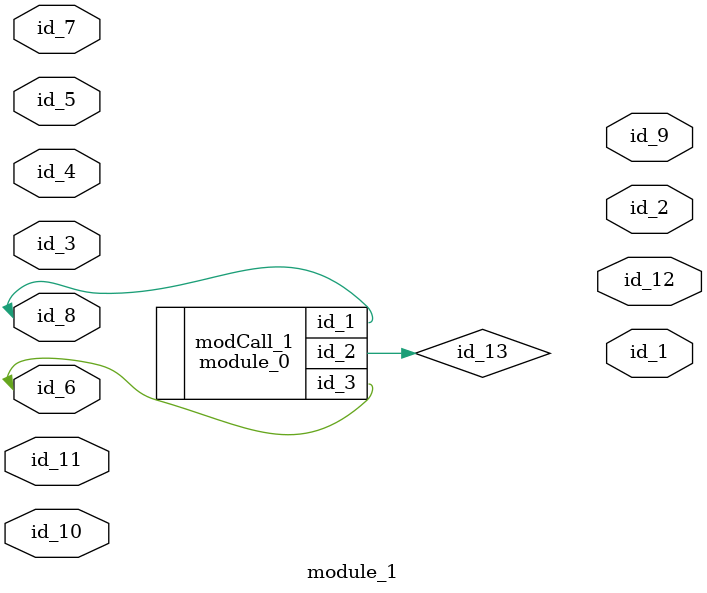
<source format=v>
module module_0 (
    id_1,
    id_2,
    id_3
);
  output wire id_3;
  output wire id_2;
  output wire id_1;
  wire id_4;
  wire id_5;
  wire id_6;
endmodule
module module_1 (
    id_1,
    id_2,
    id_3,
    id_4,
    id_5,
    id_6,
    id_7,
    id_8,
    id_9,
    id_10,
    id_11,
    id_12
);
  output wire id_12;
  input wire id_11;
  input wire id_10;
  output wire id_9;
  inout wire id_8;
  inout wire id_7;
  inout wire id_6;
  input wire id_5;
  input wire id_4;
  inout wire id_3;
  output wire id_2;
  output wire id_1;
  wire id_13;
  wire id_14;
  module_0 modCall_1 (
      id_8,
      id_13,
      id_6
  );
  wire id_15;
  wire id_16;
endmodule

</source>
